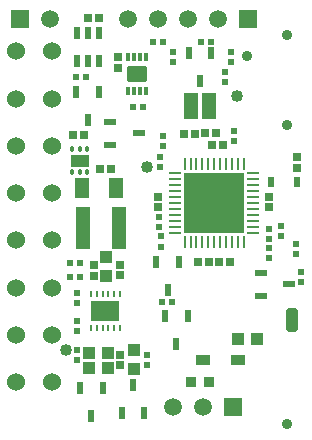
<source format=gbr>
%TF.GenerationSoftware,Altium Limited,Altium Designer,20.2.5 (213)*%
G04 Layer_Color=255*
%FSLAX25Y25*%
%MOIN*%
%TF.SameCoordinates,C9AA4840-3426-47ED-90B3-6D3E683A03ED*%
%TF.FilePolarity,Positive*%
%TF.FileFunction,Pads,Top*%
%TF.Part,Single*%
G01*
G75*
%TA.AperFunction,SMDPad,CuDef*%
%ADD10R,0.02362X0.03937*%
G04:AMPARAMS|DCode=11|XSize=62.99mil|YSize=39.37mil|CornerRadius=3.94mil|HoleSize=0mil|Usage=FLASHONLY|Rotation=0.000|XOffset=0mil|YOffset=0mil|HoleType=Round|Shape=RoundedRectangle|*
%AMROUNDEDRECTD11*
21,1,0.06299,0.03150,0,0,0.0*
21,1,0.05512,0.03937,0,0,0.0*
1,1,0.00787,0.02756,-0.01575*
1,1,0.00787,-0.02756,-0.01575*
1,1,0.00787,-0.02756,0.01575*
1,1,0.00787,0.02756,0.01575*
%
%ADD11ROUNDEDRECTD11*%
G04:AMPARAMS|DCode=12|XSize=11.81mil|YSize=17.72mil|CornerRadius=1.18mil|HoleSize=0mil|Usage=FLASHONLY|Rotation=0.000|XOffset=0mil|YOffset=0mil|HoleType=Round|Shape=RoundedRectangle|*
%AMROUNDEDRECTD12*
21,1,0.01181,0.01535,0,0,0.0*
21,1,0.00945,0.01772,0,0,0.0*
1,1,0.00236,0.00472,-0.00768*
1,1,0.00236,-0.00472,-0.00768*
1,1,0.00236,-0.00472,0.00768*
1,1,0.00236,0.00472,0.00768*
%
%ADD12ROUNDEDRECTD12*%
%ADD13R,0.09646X0.06693*%
%ADD14R,0.00984X0.02362*%
%ADD15R,0.04921X0.03740*%
%ADD16R,0.02480X0.03268*%
%ADD17R,0.03347X0.03543*%
%ADD18R,0.02165X0.02362*%
%ADD19R,0.20472X0.20472*%
%ADD20O,0.04134X0.00984*%
%ADD21O,0.00984X0.04134*%
G04:AMPARAMS|DCode=22|XSize=13.39mil|YSize=29.53mil|CornerRadius=1.34mil|HoleSize=0mil|Usage=FLASHONLY|Rotation=0.000|XOffset=0mil|YOffset=0mil|HoleType=Round|Shape=RoundedRectangle|*
%AMROUNDEDRECTD22*
21,1,0.01339,0.02685,0,0,0.0*
21,1,0.01071,0.02953,0,0,0.0*
1,1,0.00268,0.00535,-0.01343*
1,1,0.00268,-0.00535,-0.01343*
1,1,0.00268,-0.00535,0.01343*
1,1,0.00268,0.00535,0.01343*
%
%ADD22ROUNDEDRECTD22*%
G04:AMPARAMS|DCode=23|XSize=64.17mil|YSize=56.3mil|CornerRadius=5.63mil|HoleSize=0mil|Usage=FLASHONLY|Rotation=0.000|XOffset=0mil|YOffset=0mil|HoleType=Round|Shape=RoundedRectangle|*
%AMROUNDEDRECTD23*
21,1,0.06417,0.04504,0,0,0.0*
21,1,0.05291,0.05630,0,0,0.0*
1,1,0.01126,0.02646,-0.02252*
1,1,0.01126,-0.02646,-0.02252*
1,1,0.01126,-0.02646,0.02252*
1,1,0.01126,0.02646,0.02252*
%
%ADD23ROUNDEDRECTD23*%
G04:AMPARAMS|DCode=24|XSize=39.37mil|YSize=78.74mil|CornerRadius=9.84mil|HoleSize=0mil|Usage=FLASHONLY|Rotation=180.000|XOffset=0mil|YOffset=0mil|HoleType=Round|Shape=RoundedRectangle|*
%AMROUNDEDRECTD24*
21,1,0.03937,0.05906,0,0,180.0*
21,1,0.01968,0.07874,0,0,180.0*
1,1,0.01968,-0.00984,0.02953*
1,1,0.01968,0.00984,0.02953*
1,1,0.01968,0.00984,-0.02953*
1,1,0.01968,-0.00984,-0.02953*
%
%ADD24ROUNDEDRECTD24*%
%ADD25R,0.04724X0.14173*%
%ADD26R,0.04528X0.08661*%
%ADD27R,0.05118X0.07087*%
%ADD28R,0.03937X0.03937*%
%ADD29R,0.02520X0.02677*%
%ADD30R,0.02677X0.02520*%
%ADD31R,0.02362X0.02165*%
%ADD32R,0.03937X0.02362*%
%ADD33R,0.03937X0.03937*%
%ADD34C,0.04000*%
%TA.AperFunction,ComponentPad*%
%ADD47C,0.06000*%
%ADD48R,0.05906X0.05906*%
%ADD49C,0.05906*%
%TA.AperFunction,ViaPad*%
%ADD50C,0.03543*%
D10*
X28360Y124776D02*
D03*
X32100D02*
D03*
X35840D02*
D03*
Y134224D02*
D03*
X32100D02*
D03*
X28360D02*
D03*
X61628Y30377D02*
D03*
X57888Y39825D02*
D03*
X65368D02*
D03*
X73289Y127435D02*
D03*
X65808D02*
D03*
X69548Y117987D02*
D03*
X58700Y48276D02*
D03*
X54960Y57724D02*
D03*
X62440D02*
D03*
X37010Y15896D02*
D03*
X29530D02*
D03*
X33270Y6447D02*
D03*
X47100Y16824D02*
D03*
X50840Y7376D02*
D03*
X43360D02*
D03*
X35745Y114424D02*
D03*
X28265D02*
D03*
X32005Y104976D02*
D03*
D11*
X29400Y91566D02*
D03*
D12*
X26841Y87727D02*
D03*
X29400D02*
D03*
X31959D02*
D03*
X26841Y95405D02*
D03*
X29400D02*
D03*
X31959D02*
D03*
D13*
X38000Y41400D02*
D03*
D14*
X33079Y35750D02*
D03*
X35047D02*
D03*
X37016D02*
D03*
X38984D02*
D03*
X40953D02*
D03*
X42921D02*
D03*
X33079Y47050D02*
D03*
X35047D02*
D03*
X37016D02*
D03*
X38984D02*
D03*
X40953D02*
D03*
X42921D02*
D03*
D15*
X82205Y25200D02*
D03*
X70394D02*
D03*
D16*
X101780Y84600D02*
D03*
X93020D02*
D03*
D17*
X66349Y17913D02*
D03*
X72451D02*
D03*
D18*
X101600Y60427D02*
D03*
Y63773D02*
D03*
X28500Y25127D02*
D03*
Y28473D02*
D03*
Y44127D02*
D03*
Y47473D02*
D03*
Y34627D02*
D03*
Y37973D02*
D03*
X96400Y69773D02*
D03*
Y66427D02*
D03*
X51800Y23427D02*
D03*
Y26773D02*
D03*
X81000Y101473D02*
D03*
Y98127D02*
D03*
X79760Y124438D02*
D03*
Y127785D02*
D03*
X60400Y127773D02*
D03*
Y124427D02*
D03*
X57190Y99837D02*
D03*
Y96490D02*
D03*
X56200Y89427D02*
D03*
Y92773D02*
D03*
X92500Y68648D02*
D03*
Y65302D02*
D03*
X77749Y117779D02*
D03*
Y121125D02*
D03*
X103300Y54373D02*
D03*
Y51027D02*
D03*
X92500Y59127D02*
D03*
Y62473D02*
D03*
X56500Y66273D02*
D03*
Y62927D02*
D03*
X55800Y69444D02*
D03*
Y72791D02*
D03*
D19*
X74214Y77426D02*
D03*
D20*
X87305Y87269D02*
D03*
Y85300D02*
D03*
Y83332D02*
D03*
Y81363D02*
D03*
Y79395D02*
D03*
Y77426D02*
D03*
Y75458D02*
D03*
Y73489D02*
D03*
Y71521D02*
D03*
Y69552D02*
D03*
Y67584D02*
D03*
X61124D02*
D03*
Y69552D02*
D03*
Y71521D02*
D03*
Y73489D02*
D03*
Y75458D02*
D03*
Y77426D02*
D03*
Y79395D02*
D03*
Y81363D02*
D03*
Y83332D02*
D03*
Y85300D02*
D03*
Y87269D02*
D03*
D21*
X84057Y64335D02*
D03*
X82088D02*
D03*
X80120D02*
D03*
X78151D02*
D03*
X76183D02*
D03*
X74214D02*
D03*
X72246D02*
D03*
X70277D02*
D03*
X68309D02*
D03*
X66340D02*
D03*
X64372D02*
D03*
Y90517D02*
D03*
X66340D02*
D03*
X68309D02*
D03*
X70277D02*
D03*
X72246D02*
D03*
X74214D02*
D03*
X76183D02*
D03*
X78151D02*
D03*
X80120D02*
D03*
X82088D02*
D03*
X84057D02*
D03*
D22*
X51553Y126098D02*
D03*
X49584D02*
D03*
X47616D02*
D03*
X45647D02*
D03*
X51553Y114680D02*
D03*
X49584D02*
D03*
X47616D02*
D03*
X45647D02*
D03*
D23*
X48600Y120389D02*
D03*
D24*
X100100Y38400D02*
D03*
D25*
X30595Y69100D02*
D03*
X42406D02*
D03*
D26*
X72551Y109800D02*
D03*
X66449D02*
D03*
D27*
X41348Y82443D02*
D03*
X30324D02*
D03*
D28*
X82249Y32200D02*
D03*
X88351D02*
D03*
X38751Y22400D02*
D03*
X32649D02*
D03*
Y27600D02*
D03*
X38751D02*
D03*
D29*
X42700Y53328D02*
D03*
Y56872D02*
D03*
X42800Y23328D02*
D03*
Y26872D02*
D03*
X42300Y122428D02*
D03*
Y125972D02*
D03*
X34200Y53228D02*
D03*
Y56772D02*
D03*
X92600Y79572D02*
D03*
Y76028D02*
D03*
X55500Y79572D02*
D03*
Y76028D02*
D03*
X101700Y92672D02*
D03*
Y89128D02*
D03*
D30*
X32228Y139200D02*
D03*
X35772D02*
D03*
X27289Y100100D02*
D03*
X30832D02*
D03*
X39772Y88700D02*
D03*
X36228D02*
D03*
X64219Y100287D02*
D03*
X67762D02*
D03*
X71319Y100758D02*
D03*
X74862D02*
D03*
X77172Y96900D02*
D03*
X73628D02*
D03*
X75830Y57847D02*
D03*
X79373D02*
D03*
X72341Y57906D02*
D03*
X68798D02*
D03*
D31*
X26061Y52700D02*
D03*
X29408D02*
D03*
X31373Y119600D02*
D03*
X28027D02*
D03*
X47280Y109595D02*
D03*
X50626D02*
D03*
X26061Y57400D02*
D03*
X29408D02*
D03*
X57073Y131200D02*
D03*
X53727D02*
D03*
X73073D02*
D03*
X69727D02*
D03*
X56727Y44500D02*
D03*
X60073D02*
D03*
D32*
X39595Y104363D02*
D03*
Y96883D02*
D03*
X49044Y100623D02*
D03*
X99124Y50300D02*
D03*
X89676Y46560D02*
D03*
Y54040D02*
D03*
D33*
X38300Y53249D02*
D03*
Y59351D02*
D03*
X47367Y22249D02*
D03*
Y28351D02*
D03*
D34*
X51700Y89400D02*
D03*
X81800Y113100D02*
D03*
X24916Y28470D02*
D03*
D47*
X20125Y127976D02*
D03*
Y112228D02*
D03*
Y96480D02*
D03*
Y80732D02*
D03*
Y64984D02*
D03*
Y49236D02*
D03*
Y33488D02*
D03*
Y17740D02*
D03*
X8314Y127976D02*
D03*
Y112228D02*
D03*
Y96480D02*
D03*
Y80732D02*
D03*
Y64984D02*
D03*
Y49236D02*
D03*
Y33488D02*
D03*
Y17740D02*
D03*
D48*
X85400Y138800D02*
D03*
X80600Y9600D02*
D03*
X9500Y138800D02*
D03*
D49*
X75400D02*
D03*
X65400D02*
D03*
X55400D02*
D03*
X45400D02*
D03*
X70600Y9600D02*
D03*
X60600D02*
D03*
X19500Y138800D02*
D03*
D50*
X85293Y126597D02*
D03*
X98400Y3703D02*
D03*
Y103500D02*
D03*
Y133500D02*
D03*
%TF.MD5,fa31cbfd8af76f989f8a4a1b906ab964*%
M02*

</source>
